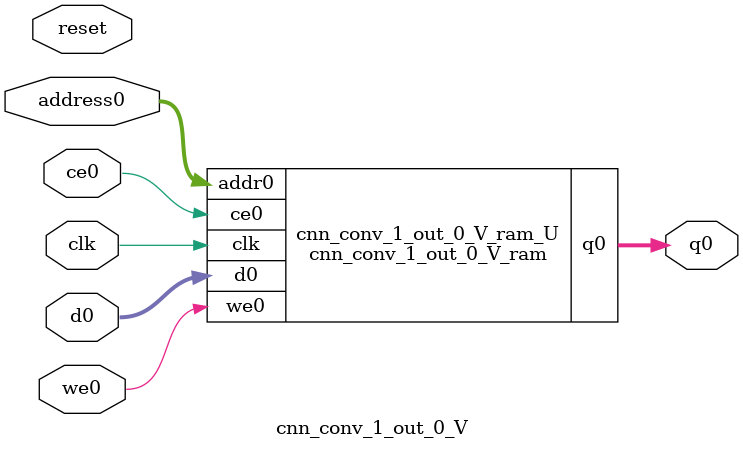
<source format=v>
`timescale 1 ns / 1 ps
module cnn_conv_1_out_0_V_ram (addr0, ce0, d0, we0, q0,  clk);

parameter DWIDTH = 14;
parameter AWIDTH = 11;
parameter MEM_SIZE = 2028;

input[AWIDTH-1:0] addr0;
input ce0;
input[DWIDTH-1:0] d0;
input we0;
output reg[DWIDTH-1:0] q0;
input clk;

(* ram_style = "block" *)reg [DWIDTH-1:0] ram[0:MEM_SIZE-1];




always @(posedge clk)  
begin 
    if (ce0) 
    begin
        if (we0) 
        begin 
            ram[addr0] <= d0; 
        end 
        q0 <= ram[addr0];
    end
end


endmodule

`timescale 1 ns / 1 ps
module cnn_conv_1_out_0_V(
    reset,
    clk,
    address0,
    ce0,
    we0,
    d0,
    q0);

parameter DataWidth = 32'd14;
parameter AddressRange = 32'd2028;
parameter AddressWidth = 32'd11;
input reset;
input clk;
input[AddressWidth - 1:0] address0;
input ce0;
input we0;
input[DataWidth - 1:0] d0;
output[DataWidth - 1:0] q0;



cnn_conv_1_out_0_V_ram cnn_conv_1_out_0_V_ram_U(
    .clk( clk ),
    .addr0( address0 ),
    .ce0( ce0 ),
    .we0( we0 ),
    .d0( d0 ),
    .q0( q0 ));

endmodule


</source>
